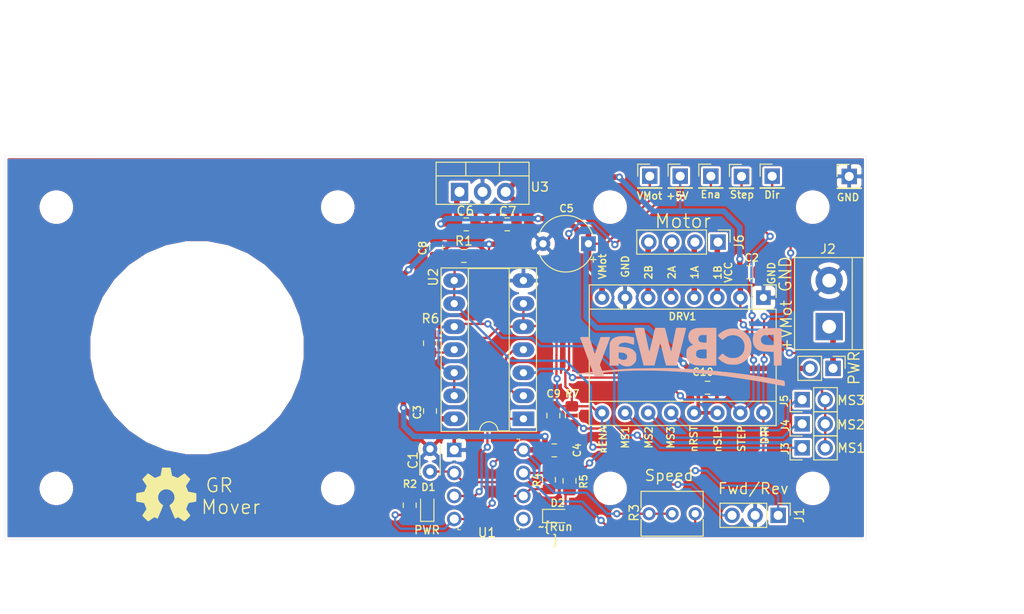
<source format=kicad_pcb>
(kicad_pcb (version 20171130) (host pcbnew 5.1.6+dfsg1-1)
  (layers (0 F.Cu signal) (31 B.Cu signal) (34 B.Paste user hide) (35 F.Paste user hide) (36 B.SilkS user) (37 F.SilkS user) (38 B.Mask user hide) (39 F.Mask user hide) (44 Edge.Cuts user))
  (net 0 "")
  (net 1 GNDREF)
  (net 2 "Net-(D2-Pad2)")
  (net 3 VCC)
  (net 4 Vdrive)
  (net 5 /M1_DIR)
  (net 6 /M1_2B)
  (net 7 /M1_2A)
  (net 8 /M1_1A)
  (net 9 /M1_1B)
  (net 10 /M1_nENA)
  (net 11 /M1_STEP)
  (net 12 "Net-(DRV1-Pad12)")
  (net 13 "Net-(DRV1-Pad11)")
  (net 14 "Net-(DRV1-Pad10)")
  (net 15 "Net-(U1-Pad3)")
  (net 16 "Net-(U1-Pad5)")
  (net 17 "Net-(U2-Pad2)")
  (net 18 "Net-(C1-Pad1)")
  (net 19 "Net-(C8-Pad1)")
  (net 20 "Net-(J2-Pad1)")
  (net 21 "Net-(C10-Pad1)")
  (net 22 "Net-(D1-Pad2)")
  (net 23 "Net-(R3-Pad3)")
  (net 24 "Net-(R6-Pad2)")
  (net 25 "Net-(J1-Pad1)")
  (module MountingHole:MountingHole_3.2mm_M3 (layer F.Cu) (at 171.63 94.6468)
    (fp_text reference REF** hide)
    (fp_text value MountingHole_3.2mm_M3)
    (pad "" np_thru_hole circle (at 10.4372 5.0736) (size 3.2 3.2) (drill 3.2) (layers *.Cu *.Mask))
  )
  (module MountingHole:MountingHole_3.2mm_M3 (layer F.Cu) (at 201.8814 72.4726)
    (fp_text reference REF** hide)
    (fp_text value MountingHole_3.2mm_M3)
    (pad "" np_thru_hole circle (at -19.8142 -3.7586) (size 3.2 3.2) (drill 3.2) (layers *.Cu *.Mask))
  )
  (module MountingHole:MountingHole_3.2mm_M3 (layer F.Cu) (at 191.1026 49.3522 90)
    (fp_text reference REF** hide)
    (fp_text value MountingHole_3.2mm_M3)
    (pad "" np_thru_hole circle (at -19.3618 -31.362 90) (size 3.2 3.2) (drill 3.2) (layers *.Cu *.Mask))
  )
  (module MountingHole:MountingHole_3.2mm_M3 (layer F.Cu) (at 149.3034 95.3326)
    (fp_text reference REF** hide)
    (fp_text value MountingHole_3.2mm_M3)
    (pad "" np_thru_hole circle (at 10.4372 4.3878) (size 3.2 3.2) (drill 3.2) (layers *.Cu *.Mask))
  )
  (module MountingHole:MountingHole_3.2mm_M3 (layer F.Cu) (at 97.1804 110.1344)
    (fp_text reference REF** hide)
    (fp_text value MountingHole_3.2mm_M3)
    (pad "" np_thru_hole circle (at 17.0606 -25.9204) (size 23 23) (drill 23) (layers *.Cu *.Mask))
  )
  (module MountingHole:MountingHole_3.2mm_M3 (layer F.Cu) (at 103.7336 101.5238)
    (fp_text reference REF** hide)
    (fp_text value MountingHole_3.2mm_M3)
    (pad "" np_thru_hole circle (at -4.9926 -1.8098) (size 3.2 3.2) (drill 3.2) (layers *.Cu *.Mask))
  )
  (module MountingHole:MountingHole_3.2mm_M3 (layer F.Cu) (at 113.4872 95.4532)
    (fp_text reference REF** hide)
    (fp_text value MountingHole_3.2mm_M3)
    (pad "" np_thru_hole circle (at 16.2538 -26.7392) (size 3.2 3.2) (drill 3.2) (layers *.Cu *.Mask))
  )
  (module MountingHole:MountingHole_3.2mm_M3 (layer F.Cu) (at 119.3038 95.3262)
    (fp_text reference REF** hide)
    (fp_text value MountingHole_3.2mm_M3)
    (pad "" np_thru_hole circle (at 10.4372 4.3878) (size 3.2 3.2) (drill 3.2) (layers *.Cu *.Mask))
  )
  (module MountingHole:MountingHole_3.2mm_M3 (layer F.Cu) (at 106.6038 91.9988)
    (fp_text reference REF** hide)
    (fp_text value MountingHole_3.2mm_M3)
    (pad "" np_thru_hole circle (at -7.8628 -23.2848) (size 3.2 3.2) (drill 3.2) (layers *.Cu *.Mask))
  )
  (module "_Custom_Footprints:pcb way logo" (layer B.Cu) (at 167.5638 85.9028 180)
    (fp_text reference G*** hide)
    (fp_text value LOGO hide)
  )
  (module Symbol:OSHW-Symbol_6.7x6mm_SilkScreen (layer F.Cu) (at 110.8456 100.4062)
    (fp_text reference REF** hide)
    (fp_text value OSHW-Symbol_6.7x6mm_SilkScreen hide)
  )
  (module Resistor_SMD:R_0805_2012Metric_Pad1.15x1.40mm_HandSolder (layer F.Cu) (at 155.2702 98.8912 270)
    (fp_text reference R5 (at 0.0672 -1.5494 90) (layer F.SilkS) (effects (font (size 0.8 0.8))))
    (fp_text value 1K)
    (pad 1 smd roundrect (at -1.025 0 270) (size 1.15 1.4) (layers F.Cu F.Paste F.Mask) (roundrect_rratio 0.217391) (net 10 /M1_nENA))
    (pad 2 smd roundrect (at 1.025 0 270) (size 1.15 1.4) (layers F.Cu F.Paste F.Mask) (roundrect_rratio 0.217391) (net 2 "Net-(D2-Pad2)"))
  )
  (module Capacitor_SMD:C_0805_2012Metric_Pad1.15x1.40mm_HandSolder (layer F.Cu) (at 175.0568 75.8952)
    (fp_text reference C2 (at 0.2794 -1.6002 180) (layer F.SilkS) (effects (font (size 0.8 0.8))))
    (fp_text value 100nF)
    (pad 2 smd roundrect (at 1.025 0) (size 1.15 1.4) (layers F.Cu F.Paste F.Mask) (roundrect_rratio 0.217) (net 1 GNDREF))
    (pad 1 smd roundrect (at -1.025 0) (size 1.15 1.4) (layers F.Cu F.Paste F.Mask) (roundrect_rratio 0.217391) (net 3 VCC))
  )
  (module Capacitor_SMD:C_0805_2012Metric_Pad1.15x1.40mm_HandSolder (layer F.Cu) (at 140.589 73.1864 90)
    (fp_text reference C8 (at -0.0418 -1.4986 90) (layer F.SilkS) (effects (font (size 0.8 0.8))))
    (fp_text value 470nF)
    (pad 2 smd roundrect (at 1.025 0 90) (size 1.15 1.4) (layers F.Cu F.Paste F.Mask) (roundrect_rratio 0.217391) (net 1 GNDREF))
    (pad 1 smd roundrect (at -1.025 0 90) (size 1.15 1.4) (layers F.Cu F.Paste F.Mask) (roundrect_rratio 0.217391) (net 19 "Net-(C8-Pad1)"))
  )
  (module Capacitor_SMD:C_0805_2012Metric_Pad1.15x1.40mm_HandSolder (layer F.Cu) (at 153.4922 91.694 90)
    (fp_text reference C9 (at 2.413 0.0254 180) (layer F.SilkS) (effects (font (size 0.8 0.8))))
    (fp_text value 100nF)
    (pad 1 smd roundrect (at -1.025 0 90) (size 1.15 1.4) (layers F.Cu F.Paste F.Mask) (roundrect_rratio 0.217391) (net 1 GNDREF))
    (pad 2 smd roundrect (at 1.025 0 90) (size 1.15 1.4) (layers F.Cu F.Paste F.Mask) (roundrect_rratio 0.217391) (net 10 /M1_nENA))
  )
  (module Capacitor_SMD:C_0805_2012Metric_Pad1.15x1.40mm_HandSolder (layer F.Cu) (at 139.9032 91.186 90)
    (fp_text reference C3 (at -0.14732 -1.40208 90) (layer F.SilkS) (effects (font (size 0.8 0.8))))
    (fp_text value 100nF)
    (pad 2 smd roundrect (at 1.025 0 90) (size 1.15 1.4) (layers F.Cu F.Paste F.Mask) (roundrect_rratio 0.217391) (net 1 GNDREF))
    (pad 1 smd roundrect (at -1.025 0 90) (size 1.15 1.4) (layers F.Cu F.Paste F.Mask) (roundrect_rratio 0.217391) (net 3 VCC))
  )
  (module Capacitor_SMD:C_0805_2012Metric_Pad1.15x1.40mm_HandSolder (layer F.Cu) (at 153.5938 95.5294)
    (fp_text reference C4 (at 2.5146 -0.0254 90) (layer F.SilkS) (effects (font (size 0.8 0.8))))
    (fp_text value 100nF)
    (pad 1 smd roundrect (at -1.025 0) (size 1.15 1.4) (layers F.Cu F.Paste F.Mask) (roundrect_rratio 0.217391) (net 3 VCC))
    (pad 2 smd roundrect (at 1.025 0) (size 1.15 1.4) (layers F.Cu F.Paste F.Mask) (roundrect_rratio 0.217391) (net 1 GNDREF))
  )
  (module Capacitor_SMD:C_0805_2012Metric_Pad1.15x1.40mm_HandSolder (layer F.Cu) (at 170.4848 88.6206)
    (fp_text reference C10 (at -0.517 -1.7272) (layer F.SilkS) (effects (font (size 0.8 0.8))))
    (fp_text value 100nF)
    (pad 2 smd roundrect (at 1.025 0) (size 1.15 1.4) (layers F.Cu F.Paste F.Mask) (roundrect_rratio 0.217391) (net 1 GNDREF))
    (pad 1 smd roundrect (at -1.025 0) (size 1.15 1.4) (layers F.Cu F.Paste F.Mask) (roundrect_rratio 0.217391) (net 21 "Net-(C10-Pad1)"))
  )
  (module LED_SMD:LED_0603_1608Metric_Pad1.05x0.95mm_HandSolder (layer F.Cu) (at 139.5984 101.6902 90)
    (fp_text reference D1 (at 2.0968 0.127 180) (layer F.SilkS) (effects (font (size 0.8 0.8))))
    (fp_text value LED)
    (pad 1 smd roundrect (at -0.875 0 90) (size 1.05 0.95) (layers F.Cu F.Paste F.Mask) (net 1 GNDREF))
    (pad 2 smd roundrect (at 0.875 0 90) (size 1.05 0.95) (layers F.Cu F.Paste F.Mask) (net 22 "Net-(D1-Pad2)"))
  )
  (module LED_SMD:LED_0603_1608Metric_Pad1.05x0.95mm_HandSolder (layer F.Cu) (at 153.9634 102.7684)
    (fp_text reference D2 (at 0 -1.43) (layer F.SilkS) (effects (font (size 0.8 0.8))))
    (fp_text value LED)
    (pad 1 smd roundrect (at -0.875 0) (size 1.05 0.95) (layers F.Cu F.Paste F.Mask) (net 1 GNDREF))
    (pad 2 smd roundrect (at 0.875 0) (size 1.05 0.95) (layers F.Cu F.Paste F.Mask) (net 2 "Net-(D2-Pad2)"))
  )
  (module Resistor_SMD:R_0805_2012Metric_Pad1.15x1.40mm_HandSolder (layer F.Cu) (at 137.668 101.5746 90)
    (fp_text reference R2 (at 2.3368 0.0254 180) (layer F.SilkS) (effects (font (size 0.8 0.8))))
    (fp_text value 1K)
    (pad 2 smd roundrect (at 1.025 0 90) (size 1.15 1.4) (layers F.Cu F.Paste F.Mask) (roundrect_rratio 0.217391) (net 22 "Net-(D1-Pad2)"))
    (pad 1 smd roundrect (at -1.025 0 90) (size 1.15 1.4) (layers F.Cu F.Paste F.Mask) (roundrect_rratio 0.217391) (net 3 VCC))
  )
  (module Capacitor_THT:CP_Radial_Tantal_D6.0mm_P5.00mm (layer F.Cu) (at 157.353 72.7456 180)
    (fp_text reference C5 (at 2.413 3.8862) (layer F.SilkS) (effects (font (size 0.8 0.8))))
    (fp_text value "47uF 50V")
    (pad 2 thru_hole circle (at 5 0 180) (size 1.6 1.6) (drill 0.8) (layers *.Cu *.Mask) (net 1 GNDREF))
    (pad 1 thru_hole rect (at 0 0 180) (size 1.6 1.6) (drill 0.8) (layers *.Cu *.Mask) (net 4 Vdrive))
  )
  (module Module:Pololu_Breakout-16_15.2x20.3mm (layer F.Cu) (at 176.6316 78.6892 270)
    (fp_text reference DRV1 (at 2.0828 8.9154 180) (layer F.SilkS) (effects (font (size 0.8 0.8))))
    (fp_text value "A4988 Module")
    (pad 16 thru_hole oval (at 12.7 0 270) (size 1.6 1.6) (drill 0.8) (layers *.Cu *.Mask) (net 5 /M1_DIR))
    (pad 8 thru_hole oval (at 0 17.78 270) (size 1.6 1.6) (drill 0.8) (layers *.Cu *.Mask) (net 4 Vdrive))
    (pad 15 thru_hole oval (at 12.7 2.54 270) (size 1.6 1.6) (drill 0.8) (layers *.Cu *.Mask) (net 11 /M1_STEP))
    (pad 7 thru_hole oval (at 0 15.24 270) (size 1.6 1.6) (drill 0.8) (layers *.Cu *.Mask) (net 1 GNDREF))
    (pad 14 thru_hole oval (at 12.7 5.08 270) (size 1.6 1.6) (drill 0.8) (layers *.Cu *.Mask) (net 21 "Net-(C10-Pad1)"))
    (pad 6 thru_hole oval (at 0 12.7 270) (size 1.6 1.6) (drill 0.8) (layers *.Cu *.Mask) (net 6 /M1_2B))
    (pad 13 thru_hole oval (at 12.7 7.62 270) (size 1.6 1.6) (drill 0.8) (layers *.Cu *.Mask) (net 21 "Net-(C10-Pad1)"))
    (pad 5 thru_hole oval (at 0 10.16 270) (size 1.6 1.6) (drill 0.8) (layers *.Cu *.Mask) (net 7 /M1_2A))
    (pad 12 thru_hole oval (at 12.7 10.16 270) (size 1.6 1.6) (drill 0.8) (layers *.Cu *.Mask) (net 12 "Net-(DRV1-Pad12)"))
    (pad 4 thru_hole oval (at 0 7.62 270) (size 1.6 1.6) (drill 0.8) (layers *.Cu *.Mask) (net 8 /M1_1A))
    (pad 11 thru_hole oval (at 12.7 12.7 270) (size 1.6 1.6) (drill 0.8) (layers *.Cu *.Mask) (net 13 "Net-(DRV1-Pad11)"))
    (pad 3 thru_hole oval (at 0 5.08 270) (size 1.6 1.6) (drill 0.8) (layers *.Cu *.Mask) (net 9 /M1_1B))
    (pad 10 thru_hole oval (at 12.7 15.24 270) (size 1.6 1.6) (drill 0.8) (layers *.Cu *.Mask) (net 14 "Net-(DRV1-Pad10)"))
    (pad 2 thru_hole oval (at 0 2.54 270) (size 1.6 1.6) (drill 0.8) (layers *.Cu *.Mask) (net 3 VCC))
    (pad 9 thru_hole oval (at 12.7 17.78 270) (size 1.6 1.6) (drill 0.8) (layers *.Cu *.Mask) (net 10 /M1_nENA))
    (pad 1 thru_hole rect (at 0 0 270) (size 1.6 1.6) (drill 0.8) (layers *.Cu *.Mask) (net 1 GNDREF))
  )
  (module Connector_PinHeader_2.54mm:PinHeader_1x02_P2.54mm_Vertical (layer F.Cu) (at 180.8988 92.6084 90)
    (fp_text reference J4 (at -0.1778 -1.8542 90) (layer F.SilkS) (effects (font (size 0.8 0.8))))
    (fp_text value Conn_01x02)
    (pad 2 thru_hole oval (at 0 2.54 90) (size 1.7 1.7) (drill 1) (layers *.Cu *.Mask) (net 3 VCC))
    (pad 1 thru_hole rect (at 0 0 90) (size 1.7 1.7) (drill 1) (layers *.Cu *.Mask) (net 13 "Net-(DRV1-Pad11)"))
  )
  (module Connector_PinHeader_2.54mm:PinHeader_1x04_P2.54mm_Vertical (layer F.Cu) (at 171.6278 72.5678 270)
    (fp_text reference J6 (at 0 -2.33 90) (layer F.SilkS))
    (fp_text value Conn_01x04)
    (pad 1 thru_hole rect (at 0 0 270) (size 1.7 1.7) (drill 1) (layers *.Cu *.Mask) (net 9 /M1_1B))
    (pad 2 thru_hole oval (at 0 2.54 270) (size 1.7 1.7) (drill 1) (layers *.Cu *.Mask) (net 8 /M1_1A))
    (pad 3 thru_hole oval (at 0 5.08 270) (size 1.7 1.7) (drill 1) (layers *.Cu *.Mask) (net 7 /M1_2A))
    (pad 4 thru_hole oval (at 0 7.62 270) (size 1.7 1.7) (drill 1) (layers *.Cu *.Mask) (net 6 /M1_2B))
  )
  (module Connector_PinHeader_2.54mm:PinHeader_1x01_P2.54mm_Vertical (layer F.Cu) (at 164.1094 65.3034)
    (fp_text reference TP1 hide)
    (fp_text value Conn_01x01)
    (pad 1 thru_hole rect (at 0 0) (size 1.7 1.7) (drill 1) (layers *.Cu *.Mask) (net 4 Vdrive))
  )
  (module Connector_PinHeader_2.54mm:PinHeader_1x01_P2.54mm_Vertical (layer F.Cu) (at 167.4622 65.3034)
    (fp_text reference TP2 hide)
    (fp_text value Conn_01x01)
    (pad 1 thru_hole rect (at 0 0) (size 1.7 1.7) (drill 1) (layers *.Cu *.Mask) (net 3 VCC))
  )
  (module Connector_PinHeader_2.54mm:PinHeader_1x01_P2.54mm_Vertical (layer F.Cu) (at 170.8404 65.3034)
    (fp_text reference TP3 hide)
    (fp_text value Conn_01x01)
    (pad 1 thru_hole rect (at 0 0) (size 1.7 1.7) (drill 1) (layers *.Cu *.Mask) (net 10 /M1_nENA))
  )
  (module Connector_PinHeader_2.54mm:PinHeader_1x01_P2.54mm_Vertical (layer F.Cu) (at 174.2186 65.3288)
    (fp_text reference TP4 hide)
    (fp_text value Conn_01x01)
    (pad 1 thru_hole rect (at 0 0) (size 1.7 1.7) (drill 1) (layers *.Cu *.Mask) (net 11 /M1_STEP))
  )
  (module Connector_PinHeader_2.54mm:PinHeader_1x01_P2.54mm_Vertical (layer F.Cu) (at 177.5968 65.3034)
    (fp_text reference TP5 hide)
    (fp_text value Conn_01x01)
    (pad 1 thru_hole rect (at 0 0) (size 1.7 1.7) (drill 1) (layers *.Cu *.Mask) (net 5 /M1_DIR))
  )
  (module Capacitor_SMD:C_0805_2012Metric_Pad1.15x1.40mm_HandSolder (layer F.Cu) (at 143.891 70.612)
    (fp_text reference C6 (at -0.1016 -1.4732) (layer F.SilkS))
    (fp_text value 100nF)
    (pad 1 smd roundrect (at -1.025 0) (size 1.15 1.4) (layers F.Cu F.Paste F.Mask) (roundrect_rratio 0.217391) (net 4 Vdrive))
    (pad 2 smd roundrect (at 1.025 0) (size 1.15 1.4) (layers F.Cu F.Paste F.Mask) (roundrect_rratio 0.217391) (net 1 GNDREF))
  )
  (module Capacitor_SMD:C_0805_2012Metric_Pad1.15x1.40mm_HandSolder (layer F.Cu) (at 148.4122 70.612 180)
    (fp_text reference C7 (at -0.0508 1.4224) (layer F.SilkS))
    (fp_text value 100nF)
    (pad 2 smd roundrect (at 1.025 0 180) (size 1.15 1.4) (layers F.Cu F.Paste F.Mask) (roundrect_rratio 0.217391) (net 1 GNDREF))
    (pad 1 smd roundrect (at -1.025 0 180) (size 1.15 1.4) (layers F.Cu F.Paste F.Mask) (roundrect_rratio 0.217391) (net 3 VCC))
  )
  (module Connector_PinHeader_2.54mm:PinHeader_1x03_P2.54mm_Vertical (layer F.Cu) (at 178.2572 102.6922 270)
    (fp_text reference J1 (at 0 -2.33 90) (layer F.SilkS))
    (fp_text value Conn_01x03)
    (pad 1 thru_hole rect (at 0 0 270) (size 1.7 1.7) (drill 1) (layers *.Cu *.Mask) (net 25 "Net-(J1-Pad1)"))
    (pad 2 thru_hole oval (at 0 2.54 270) (size 1.7 1.7) (drill 1) (layers *.Cu *.Mask) (net 1 GNDREF))
    (pad 3 thru_hole oval (at 0 5.08 270) (size 1.7 1.7) (drill 1) (layers *.Cu *.Mask) (net 19 "Net-(C8-Pad1)"))
  )
  (module Resistor_SMD:R_0805_2012Metric_Pad1.15x1.40mm_HandSolder (layer F.Cu) (at 143.637 74.0918)
    (fp_text reference R1 (at 0 -1.65) (layer F.SilkS))
    (fp_text value 47K)
    (pad 2 smd roundrect (at 1.025 0) (size 1.15 1.4) (layers F.Cu F.Paste F.Mask) (roundrect_rratio 0.217391) (net 3 VCC))
    (pad 1 smd roundrect (at -1.025 0) (size 1.15 1.4) (layers F.Cu F.Paste F.Mask) (roundrect_rratio 0.217391) (net 19 "Net-(C8-Pad1)"))
  )
  (module Potentiometer_THT:Potentiometer_Vishay_T73XW_Horizontal (layer F.Cu) (at 164.0332 102.5144 90)
    (fp_text reference R3 (at 0.1016 -1.651 90) (layer F.SilkS))
    (fp_text value 100K)
    (pad 3 thru_hole circle (at 0 5.08 90) (size 1.44 1.44) (drill 0.8) (layers *.Cu *.Mask) (net 23 "Net-(R3-Pad3)"))
    (pad 2 thru_hole circle (at 0 2.54 90) (size 1.44 1.44) (drill 0.8) (layers *.Cu *.Mask) (net 3 VCC))
    (pad 1 thru_hole circle (at 0 0 90) (size 1.44 1.44) (drill 0.8) (layers *.Cu *.Mask) (net 3 VCC))
  )
  (module Resistor_SMD:R_0805_2012Metric_Pad1.15x1.40mm_HandSolder (layer F.Cu) (at 153.0096 98.7716 90)
    (fp_text reference R4 (at -0.0344 -1.3208 90) (layer F.SilkS) (effects (font (size 0.8 0.8))))
    (fp_text value 10K)
    (pad 1 smd roundrect (at -1.025 0 90) (size 1.15 1.4) (layers F.Cu F.Paste F.Mask) (roundrect_rratio 0.217391) (net 18 "Net-(C1-Pad1)"))
    (pad 2 smd roundrect (at 1.025 0 90) (size 1.15 1.4) (layers F.Cu F.Paste F.Mask) (roundrect_rratio 0.217391) (net 23 "Net-(R3-Pad3)"))
  )
  (module Resistor_SMD:R_0805_2012Metric_Pad1.15x1.40mm_HandSolder (layer F.Cu) (at 139.9032 83.7184 270)
    (fp_text reference R6 (at -2.7178 -0.0508 180) (layer F.SilkS))
    (fp_text value 10K)
    (pad 1 smd roundrect (at -1.025 0 270) (size 1.15 1.4) (layers F.Cu F.Paste F.Mask) (roundrect_rratio 0.217391) (net 25 "Net-(J1-Pad1)"))
    (pad 2 smd roundrect (at 1.025 0 270) (size 1.15 1.4) (layers F.Cu F.Paste F.Mask) (roundrect_rratio 0.217391) (net 24 "Net-(R6-Pad2)"))
  )
  (module digikey-footprints:DIP-8_W7.62mm (layer F.Cu) (at 142.5702 95.4786)
    (fp_text reference U1 (at 3.6068 9.1186 180) (layer F.SilkS))
    (fp_text value 555)
    (pad 1 thru_hole rect (at 0 0) (size 1.6 1.6) (drill 1) (layers *.Cu *.Mask) (net 1 GNDREF))
    (pad 2 thru_hole circle (at 0 2.54) (size 1.6 1.6) (drill 1) (layers *.Cu *.Mask) (net 18 "Net-(C1-Pad1)"))
    (pad 3 thru_hole circle (at 0 5.08) (size 1.6 1.6) (drill 1) (layers *.Cu *.Mask) (net 15 "Net-(U1-Pad3)"))
    (pad 4 thru_hole circle (at 0 7.62) (size 1.6 1.6) (drill 1) (layers *.Cu *.Mask) (net 3 VCC))
    (pad 5 thru_hole circle (at 7.62 7.62) (size 1.6 1.6) (drill 1) (layers *.Cu *.Mask) (net 16 "Net-(U1-Pad5)"))
    (pad 6 thru_hole circle (at 7.62 5.08) (size 1.6 1.6) (drill 1) (layers *.Cu *.Mask) (net 18 "Net-(C1-Pad1)"))
    (pad 7 thru_hole circle (at 7.62 2.54) (size 1.6 1.6) (drill 1) (layers *.Cu *.Mask) (net 23 "Net-(R3-Pad3)"))
    (pad 8 thru_hole circle (at 7.62 0) (size 1.6 1.6) (drill 1) (layers *.Cu *.Mask) (net 3 VCC))
  )
  (module Package_DIP:DIP-14_W7.62mm_Socket_LongPads (layer F.Cu) (at 150.1902 92.0496 180)
    (fp_text reference U2 (at 9.9314 15.621 90) (layer F.SilkS))
    (fp_text value 4011)
    (pad 1 thru_hole rect (at 0 0 180) (size 2.4 1.6) (drill 0.8) (layers *.Cu *.Mask) (net 15 "Net-(U1-Pad3)"))
    (pad 8 thru_hole oval (at 7.62 15.24 180) (size 2.4 1.6) (drill 0.8) (layers *.Cu *.Mask) (net 19 "Net-(C8-Pad1)"))
    (pad 2 thru_hole oval (at 0 2.54 180) (size 2.4 1.6) (drill 0.8) (layers *.Cu *.Mask) (net 17 "Net-(U2-Pad2)"))
    (pad 9 thru_hole oval (at 7.62 12.7 180) (size 2.4 1.6) (drill 0.8) (layers *.Cu *.Mask) (net 19 "Net-(C8-Pad1)"))
    (pad 3 thru_hole oval (at 0 5.08 180) (size 2.4 1.6) (drill 0.8) (layers *.Cu *.Mask) (net 11 /M1_STEP))
    (pad 10 thru_hole oval (at 7.62 10.16 180) (size 2.4 1.6) (drill 0.8) (layers *.Cu *.Mask) (net 5 /M1_DIR))
    (pad 4 thru_hole oval (at 0 7.62 180) (size 2.4 1.6) (drill 0.8) (layers *.Cu *.Mask) (net 17 "Net-(U2-Pad2)"))
    (pad 11 thru_hole oval (at 7.62 7.62 180) (size 2.4 1.6) (drill 0.8) (layers *.Cu *.Mask) (net 24 "Net-(R6-Pad2)"))
    (pad 5 thru_hole oval (at 0 10.16 180) (size 2.4 1.6) (drill 0.8) (layers *.Cu *.Mask) (net 25 "Net-(J1-Pad1)"))
    (pad 12 thru_hole oval (at 7.62 5.08 180) (size 2.4 1.6) (drill 0.8) (layers *.Cu *.Mask) (net 5 /M1_DIR))
    (pad 6 thru_hole oval (at 0 12.7 180) (size 2.4 1.6) (drill 0.8) (layers *.Cu *.Mask) (net 25 "Net-(J1-Pad1)"))
    (pad 13 thru_hole oval (at 7.62 2.54 180) (size 2.4 1.6) (drill 0.8) (layers *.Cu *.Mask) (net 5 /M1_DIR))
    (pad 7 thru_hole oval (at 0 15.24 180) (size 2.4 1.6) (drill 0.8) (layers *.Cu *.Mask) (net 1 GNDREF))
    (pad 14 thru_hole oval (at 7.62 0 180) (size 2.4 1.6) (drill 0.8) (layers *.Cu *.Mask) (net 3 VCC))
  )
  (module Package_TO_SOT_THT:TO-220-3_Vertical (layer F.Cu) (at 143.1544 67.0306)
    (fp_text reference U3 (at 8.8392 -0.5334) (layer F.SilkS))
    (fp_text value LM7805_TO220)
    (pad 1 thru_hole rect (at 0 0) (size 1.905 2) (drill 1.1) (layers *.Cu *.Mask) (net 4 Vdrive))
    (pad 2 thru_hole oval (at 2.54 0) (size 1.905 2) (drill 1.1) (layers *.Cu *.Mask) (net 1 GNDREF))
    (pad 3 thru_hole oval (at 5.08 0) (size 1.905 2) (drill 1.1) (layers *.Cu *.Mask) (net 3 VCC))
  )
  (module Capacitor_THT:C_Disc_D3.0mm_W2.0mm_P2.50mm (layer F.Cu) (at 139.9032 97.8662 90)
    (fp_text reference C1 (at 1.2446 -1.8796 90) (layer F.SilkS))
    (fp_text value 100nF)
    (pad 1 thru_hole circle (at 0 0 90) (size 1.6 1.6) (drill 0.8) (layers *.Cu *.Mask) (net 18 "Net-(C1-Pad1)"))
    (pad 2 thru_hole circle (at 2.5 0 90) (size 1.6 1.6) (drill 0.8) (layers *.Cu *.Mask) (net 1 GNDREF))
  )
  (module TerminalBlock:TerminalBlock_bornier-2_P5.08mm (layer F.Cu) (at 183.8706 81.8896 90)
    (fp_text reference J2 (at 8.5598 -0.127 180) (layer F.SilkS))
    (fp_text value Screw_Terminal_01x02)
    (pad 1 thru_hole rect (at 0 0 90) (size 3 3) (drill 1.52) (layers *.Cu *.Mask) (net 20 "Net-(J2-Pad1)"))
    (pad 2 thru_hole circle (at 5.08 0 90) (size 3 3) (drill 1.52) (layers *.Cu *.Mask) (net 1 GNDREF))
  )
  (module Connector_PinHeader_2.54mm:PinHeader_1x02_P2.54mm_Vertical (layer F.Cu) (at 180.8988 95.25 90)
    (fp_text reference J3 (at -0.1016 -1.8796 90) (layer F.SilkS) (effects (font (size 0.8 0.8))))
    (fp_text value Conn_01x02)
    (pad 1 thru_hole rect (at 0 0 90) (size 1.7 1.7) (drill 1) (layers *.Cu *.Mask) (net 14 "Net-(DRV1-Pad10)"))
    (pad 2 thru_hole oval (at 0 2.54 90) (size 1.7 1.7) (drill 1) (layers *.Cu *.Mask) (net 3 VCC))
  )
  (module Connector_PinHeader_2.54mm:PinHeader_1x02_P2.54mm_Vertical (layer F.Cu) (at 180.8988 89.9414 90)
    (fp_text reference J5 (at -0.1524 -1.9812 90) (layer F.SilkS) (effects (font (size 0.8 0.8))))
    (fp_text value Conn_01x02)
    (pad 2 thru_hole oval (at 0 2.54 90) (size 1.7 1.7) (drill 1) (layers *.Cu *.Mask) (net 3 VCC))
    (pad 1 thru_hole rect (at 0 0 90) (size 1.7 1.7) (drill 1) (layers *.Cu *.Mask) (net 12 "Net-(DRV1-Pad12)"))
  )
  (module Resistor_SMD:R_0805_2012Metric_Pad1.15x1.40mm_HandSolder (layer F.Cu) (at 155.5242 91.694 270)
    (fp_text reference R7 (at -2.413 -0.0508) (layer F.SilkS) (effects (font (size 0.8 0.8))))
    (fp_text value 1K)
    (pad 2 smd roundrect (at 1.025 0 270) (size 1.15 1.4) (layers F.Cu F.Paste F.Mask) (roundrect_rratio 0.217391) (net 25 "Net-(J1-Pad1)"))
    (pad 1 smd roundrect (at -1.025 0 270) (size 1.15 1.4) (layers F.Cu F.Paste F.Mask) (roundrect_rratio 0.217391) (net 10 /M1_nENA))
  )
  (module Connector_PinHeader_2.54mm:PinHeader_1x02_P2.54mm_Vertical (layer F.Cu) (at 184.3024 86.487 270)
    (fp_text reference SW1 hide)
    (fp_text value SW_SPST)
    (pad 1 thru_hole rect (at 0 0 270) (size 1.7 1.7) (drill 1) (layers *.Cu *.Mask) (net 20 "Net-(J2-Pad1)"))
    (pad 2 thru_hole oval (at 0 2.54 270) (size 1.7 1.7) (drill 1) (layers *.Cu *.Mask) (net 4 Vdrive))
  )
  (module Connector_PinHeader_2.54mm:PinHeader_1x01_P2.54mm_Vertical (layer F.Cu) (at 186.0804 65.3288)
    (fp_text reference TP6 hide)
    (fp_text value Conn_01x01)
    (pad 1 thru_hole rect (at 0 0) (size 1.7 1.7) (drill 1) (layers *.Cu *.Mask) (net 1 GNDREF))
  )
  (gr_text Motor (at 167.767 70.2564) (layer F.SilkS) (effects (font (size 1.5 1.5))))
  (gr_text Fwd/Rev (at 175.514 99.7458) (layer F.SilkS) (effects (font (size 1.2 1.2))))
  (gr_text Speed (at 166.243 98.298) (layer F.SilkS) (effects (font (size 1.2 1.2))))
  (gr_text "~Run\n" (at 153.7208 104.6734) (layer F.SilkS) (effects (font (size 0.9 0.9))))
  (gr_text Dir (at 177.5714 67.3608) (layer F.SilkS) (effects (font (size 0.8 0.8))))
  (gr_text MS3 (at 186.2836 90.0176) (layer F.SilkS) (effects (font (size 1 1))))
  (gr_text MS2 (at 186.2582 92.71) (layer F.SilkS) (effects (font (size 1 1))))
  (gr_text MS1 (at 186.309 95.2754) (layer F.SilkS) (effects (font (size 1 1))))
  (gr_text +VMot (at 179.1462 81.8134 90) (layer F.SilkS) (effects (font (size 1.2 1.2))))
  (gr_text GND (at 179.0446 76.0984 90) (layer F.SilkS) (effects (font (size 1.3 1.3))))
  (gr_text Ena (at 170.815 67.31) (layer F.SilkS) (effects (font (size 0.8 0.8))))
  (gr_text Step (at 174.2694 67.3354) (layer F.SilkS) (effects (font (size 0.8 0.8))))
  (gr_text GND (at 185.9534 67.6402) (layer F.SilkS) (effects (font (size 0.8 0.8))))
  (gr_text +5V (at 167.1574 67.4624) (layer F.SilkS) (effects (font (size 0.8 0.8))))
  (gr_text VMot (at 164.084 67.4624) (layer F.SilkS) (effects (font (size 0.8 0.8))))
  (gr_text VMot (at 158.9024 75.2602 90) (layer F.SilkS) (effects (font (size 0.8 0.8))))
  (gr_text GND (at 161.417 75.2602 90) (layer F.SilkS) (effects (font (size 0.8 0.8))))
  (gr_text 2B (at 163.9824 75.8952 90) (layer F.SilkS) (effects (font (size 0.8 0.8))))
  (gr_text 2A (at 166.5478 75.9206 90) (layer F.SilkS) (effects (font (size 0.8 0.8))))
  (gr_text 1A (at 169.0624 75.9206 90) (layer F.SilkS) (effects (font (size 0.8 0.8))))
  (gr_text 1B (at 171.6024 75.9206 90) (layer F.SilkS) (effects (font (size 0.8 0.8))))
  (gr_text VCC (at 172.7708 75.8952 90) (layer F.SilkS) (effects (font (size 0.8 0.8))))
  (gr_text nENA (at 158.9532 94.3864 90) (layer F.SilkS) (effects (font (size 0.8 0.8))))
  (gr_text MS1 (at 161.417 94.107 90) (layer F.SilkS) (effects (font (size 0.8 0.8))))
  (gr_text MS2 (at 164.0078 94.107 90) (layer F.SilkS) (effects (font (size 0.8 0.8))))
  (gr_text MS3 (at 166.4208 94.107 90) (layer F.SilkS) (effects (font (size 0.8 0.8))))
  (gr_text nRST (at 168.9608 94.2594 90) (layer F.SilkS) (effects (font (size 0.8 0.8))))
  (gr_text nSLP (at 171.6024 94.2594 90) (layer F.SilkS) (effects (font (size 0.8 0.8))))
  (gr_text STEP (at 174.2186 94.234 90) (layer F.SilkS) (effects (font (size 0.8 0.8))))
  (gr_text "GND\n" (at 177.5206 75.9968 90) (layer F.SilkS) (effects (font (size 0.8 0.8))))
  (gr_text DIR (at 176.784 93.853 90) (layer F.SilkS) (effects (font (size 0.8 0.8))))
  (gr_text PWR (at 139.573 104.3178) (layer F.SilkS) (effects (font (size 0.9 0.9))))
  (gr_text PWR (at 186.6138 86.4362 90) (layer F.SilkS) (effects (font (size 1.2 1.2))))
  (gr_text GR (at 116.6876 99.3902) (layer F.SilkS) (effects (font (size 1.524 1.524))))
  (gr_text Mover (at 117.9576 101.7778) (layer F.SilkS) (effects (font (size 1.524 1.524))))
  (gr_line (start 93.091 105.364) (end 93.091 63.06) (layer Edge.Cuts) (width 0.0254))
  (gr_line (start 187.96 105.364) (end 93.091 105.364) (layer Edge.Cuts) (width 0.0254))
  (gr_line (start 187.96 63.06) (end 187.96 105.364) (layer Edge.Cuts) (width 0.0254))
  (gr_line (start 93.091 63.06) (end 187.96 63.06) (layer Edge.Cuts) (width 0.0254))
  (segment (start 154.8384 100.348) (end 155.2702 99.9162) (width 0.254) (layer F.Cu) (net 2))
  (segment (start 154.8384 102.7684) (end 154.8384 100.348) (width 0.254) (layer F.Cu) (net 2))
  (segment (start 149.4372 68.2334) (end 148.2344 67.0306) (width 0.6096) (layer F.Cu) (net 3))
  (segment (start 149.4372 70.612) (end 149.4372 68.2334) (width 0.6096) (layer F.Cu) (net 3))
  (segment (start 140.0646 92.0496) (end 139.9032 92.211) (width 0.6096) (layer F.Cu) (net 3))
  (segment (start 142.5702 92.0496) (end 140.0646 92.0496) (width 0.6096) (layer F.Cu) (net 3))
  (segment (start 139.9032 92.211) (end 138.3374 92.211) (width 0.6096) (layer F.Cu) (net 3))
  (segment (start 138.3374 92.211) (end 137.3124 91.186) (width 0.6096) (layer F.Cu) (net 3))
  (segment (start 137.3124 91.186) (end 136.9822 90.8558) (width 0.6096) (layer F.Cu) (net 3))
  (segment (start 136.9822 90.8558) (end 136.9822 76.1746) (width 0.6096) (layer F.Cu) (net 3))
  (via (at 137.541 75.6158) (size 0.8) (drill 0.4) (layers F.Cu B.Cu) (net 3))
  (segment (start 136.9822 76.1746) (end 137.541 75.6158) (width 0.6096) (layer F.Cu) (net 3))
  (segment (start 137.541 75.6158) (end 140.3604 72.7964) (width 0.6096) (layer B.Cu) (net 3))
  (via (at 146.4056 72.7964) (size 0.8) (drill 0.4) (layers F.Cu B.Cu) (net 3))
  (segment (start 140.3604 72.7964) (end 146.4056 72.7964) (width 0.6096) (layer B.Cu) (net 3))
  (segment (start 146.4056 72.7964) (end 148.6408 72.7964) (width 0.6096) (layer F.Cu) (net 3))
  (segment (start 149.4372 72) (end 149.4372 70.612) (width 0.6096) (layer F.Cu) (net 3))
  (segment (start 148.6408 72.7964) (end 149.4372 72) (width 0.6096) (layer F.Cu) (net 3))
  (segment (start 152.518 95.4786) (end 152.5688 95.5294) (width 0.6096) (layer F.Cu) (net 3))
  (segment (start 150.1902 95.4786) (end 152.518 95.4786) (width 0.6096) (layer F.Cu) (net 3))
  (segment (start 152.5688 95.5294) (end 152.5688 93.989) (width 0.6096) (layer F.Cu) (net 3))
  (via (at 152.5688 93.989) (size 0.8) (drill 0.4) (layers F.Cu B.Cu) (net 3))
  (segment (start 152.5688 93.989) (end 138.1342 93.989) (width 0.6096) (layer B.Cu) (net 3))
  (segment (start 138.1342 93.989) (end 137.0076 92.8624) (width 0.6096) (layer B.Cu) (net 3))
  (via (at 136.9822 90.8558) (size 0.8) (drill 0.4) (layers F.Cu B.Cu) (net 3))
  (segment (start 137.0076 90.8812) (end 136.9822 90.8558) (width 0.6096) (layer B.Cu) (net 3))
  (segment (start 137.0076 92.8624) (end 137.0076 90.8812) (width 0.6096) (layer B.Cu) (net 3))
  (segment (start 174.0916 75.955) (end 174.0318 75.8952) (width 0.6096) (layer F.Cu) (net 3))
  (segment (start 174.0916 78.6892) (end 174.0916 75.955) (width 0.6096) (layer F.Cu) (net 3))
  (segment (start 174.0318 75.8952) (end 174.0318 74.4384) (width 0.6096) (layer F.Cu) (net 3))
  (via (at 174.0318 74.4384) (size 0.8) (drill 0.4) (layers F.Cu B.Cu) (net 3))
  (segment (start 174.0318 74.4384) (end 174.0318 70.9332) (width 0.6096) (layer B.Cu) (net 3))
  (segment (start 174.0318 70.9332) (end 172.2628 69.1642) (width 0.6096) (layer B.Cu) (net 3))
  (via (at 160.7566 65.405) (size 0.8) (drill 0.4) (layers F.Cu B.Cu) (net 3))
  (segment (start 160.7566 65.4558) (end 160.7566 65.405) (width 0.6096) (layer B.Cu) (net 3))
  (segment (start 164.465 69.1642) (end 160.7566 65.4558) (width 0.6096) (layer B.Cu) (net 3))
  (segment (start 149.86 65.405) (end 148.2344 67.0306) (width 0.6096) (layer F.Cu) (net 3))
  (segment (start 160.7566 65.405) (end 149.86 65.405) (width 0.6096) (layer F.Cu) (net 3))
  (segment (start 144.662 74.0918) (end 145.9484 74.0918) (width 0.254) (layer F.Cu) (net 3))
  (segment (start 146.4056 73.6346) (end 146.4056 72.7964) (width 0.254) (layer F.Cu) (net 3))
  (segment (start 145.9484 74.0918) (end 146.4056 73.6346) (width 0.254) (layer F.Cu) (net 3))
  (segment (start 167.4622 69.1388) (end 167.4368 69.1642) (width 0.254) (layer B.Cu) (net 3))
  (segment (start 167.4622 65.3034) (end 167.4622 69.1388) (width 0.254) (layer B.Cu) (net 3))
  (segment (start 167.4368 69.1642) (end 164.465 69.1642) (width 0.6096) (layer B.Cu) (net 3))
  (segment (start 172.2628 69.1642) (end 167.4368 69.1642) (width 0.6096) (layer B.Cu) (net 3))
  (segment (start 142.5702 103.0986) (end 141.5034 104.1654) (width 0.254) (layer B.Cu) (net 3))
  (segment (start 141.5034 104.1654) (end 136.652 104.1654) (width 0.254) (layer B.Cu) (net 3))
  (segment (start 136.652 104.1654) (end 136.0678 103.5812) (width 0.254) (layer B.Cu) (net 3))
  (via (at 136.0678 102.6414) (size 0.8) (drill 0.4) (layers F.Cu B.Cu) (net 3))
  (segment (start 136.0678 103.5812) (end 136.0678 102.6414) (width 0.254) (layer B.Cu) (net 3))
  (segment (start 137.6262 102.6414) (end 137.668 102.5996) (width 0.254) (layer F.Cu) (net 3))
  (segment (start 136.0678 102.6414) (end 137.6262 102.6414) (width 0.254) (layer F.Cu) (net 3))
  (segment (start 142.5702 103.0986) (end 145.0086 103.0986) (width 0.254) (layer F.Cu) (net 3))
  (via (at 146.7612 101.346) (size 0.8) (drill 0.4) (layers F.Cu B.Cu) (net 3))
  (segment (start 145.0086 103.0986) (end 146.7612 101.346) (width 0.254) (layer F.Cu) (net 3))
  (segment (start 146.7612 101.346) (end 146.7612 97.1042) (width 0.254) (layer B.Cu) (net 3))
  (via (at 146.8628 97.0026) (size 0.8) (drill 0.4) (layers F.Cu B.Cu) (net 3))
  (segment (start 146.7612 97.1042) (end 146.8628 97.0026) (width 0.254) (layer B.Cu) (net 3))
  (segment (start 148.3868 95.4786) (end 150.1902 95.4786) (width 0.254) (layer F.Cu) (net 3))
  (segment (start 146.8628 97.0026) (end 148.3868 95.4786) (width 0.254) (layer F.Cu) (net 3))
  (segment (start 166.5732 102.5144) (end 164.0332 102.5144) (width 0.254) (layer F.Cu) (net 3))
  (segment (start 164.0332 102.5144) (end 160.4772 102.5144) (width 0.254) (layer F.Cu) (net 3))
  (via (at 160.4772 102.5144) (size 0.8) (drill 0.4) (layers F.Cu B.Cu) (net 3))
  (segment (start 160.4772 102.5144) (end 159.4358 102.5144) (width 0.254) (layer B.Cu) (net 3))
  (segment (start 159.4358 102.5144) (end 157.1244 100.203) (width 0.254) (layer B.Cu) (net 3))
  (segment (start 157.1244 100.203) (end 153.5938 100.203) (width 0.254) (layer B.Cu) (net 3))
  (segment (start 153.5938 100.203) (end 151.9428 98.552) (width 0.254) (layer B.Cu) (net 3))
  (segment (start 151.9428 97.2312) (end 150.1902 95.4786) (width 0.254) (layer B.Cu) (net 3))
  (segment (start 151.9428 98.552) (end 151.9428 97.2312) (width 0.254) (layer B.Cu) (net 3))
  (segment (start 152.3746 93.7948) (end 152.5688 93.989) (width 0.254) (layer B.Cu) (net 3))
  (segment (start 183.4388 95.25) (end 183.4388 92.6084) (width 0.254) (layer F.Cu) (net 3))
  (segment (start 183.4388 89.9414) (end 183.4388 92.6084) (width 0.254) (layer F.Cu) (net 3))
  (segment (start 174.0916 78.6892) (end 174.0916 81.2546) (width 0.254) (layer F.Cu) (net 3))
  (segment (start 174.0916 81.2546) (end 174.4726 81.6356) (width 0.254) (layer F.Cu) (net 3))
  (via (at 174.4218 81.6864) (size 0.8) (drill 0.4) (layers F.Cu B.Cu) (net 3))
  (segment (start 174.4726 81.6356) (end 174.4218 81.6864) (width 0.254) (layer F.Cu) (net 3))
  (segment (start 174.4218 81.6864) (end 174.9552 82.2198) (width 0.254) (layer B.Cu) (net 3))
  (segment (start 174.9552 82.2198) (end 176.9364 82.2198) (width 0.254) (layer B.Cu) (net 3))
  (via (at 179.5018 84.7852) (size 0.8) (drill 0.4) (layers F.Cu B.Cu) (net 3))
  (segment (start 176.9364 82.2198) (end 179.5018 84.7852) (width 0.254) (layer B.Cu) (net 3))
  (segment (start 183.0832 89.5858) (end 183.4388 89.9414) (width 0.254) (layer F.Cu) (net 3))
  (segment (start 183.0832 85.6742) (end 183.0832 89.5858) (width 0.254) (layer F.Cu) (net 3))
  (segment (start 182.1942 84.7852) (end 183.0832 85.6742) (width 0.254) (layer F.Cu) (net 3))
  (segment (start 179.5018 84.7852) (end 182.1942 84.7852) (width 0.254) (layer F.Cu) (net 3))
  (segment (start 181.7624 86.487) (end 168.3766 86.487) (width 0.6096) (layer F.Cu) (net 4))
  (via (at 167.8178 85.9282) (size 0.8) (drill 0.4) (layers F.Cu B.Cu) (net 4))
  (segment (start 168.3766 86.487) (end 167.8178 85.9282) (width 0.6096) (layer F.Cu) (net 4))
  (segment (start 157.099 72.9996) (end 157.353 72.7456) (width 0.6096) (layer B.Cu) (net 4))
  (segment (start 157.099 80.8482) (end 157.099 72.9996) (width 0.6096) (layer B.Cu) (net 4))
  (segment (start 158.2674 82.0166) (end 157.099 80.8482) (width 0.6096) (layer B.Cu) (net 4))
  (segment (start 163.9062 82.0166) (end 158.2674 82.0166) (width 0.6096) (layer B.Cu) (net 4))
  (segment (start 167.8178 85.9282) (end 163.9062 82.0166) (width 0.6096) (layer B.Cu) (net 4))
  (segment (start 158.8516 78.6892) (end 158.8516 76.6826) (width 0.6096) (layer F.Cu) (net 4))
  (segment (start 157.353 75.184) (end 157.353 72.7456) (width 0.6096) (layer F.Cu) (net 4))
  (segment (start 158.8516 76.6826) (end 157.353 75.184) (width 0.6096) (layer F.Cu) (net 4))
  (segment (start 157.353 72.7456) (end 157.353 71.2216) (width 0.6096) (layer F.Cu) (net 4))
  (segment (start 157.353 71.2216) (end 156.1084 69.977) (width 0.6096) (layer F.Cu) (net 4))
  (via (at 151.8158 69.977) (size 0.8) (drill 0.4) (layers F.Cu B.Cu) (net 4))
  (segment (start 156.1084 69.977) (end 151.8158 69.977) (width 0.6096) (layer F.Cu) (net 4))
  (segment (start 151.8158 69.977) (end 141.6812 69.977) (width 0.6096) (layer B.Cu) (net 4))
  (via (at 141.097 70.5612) (size 0.8) (drill 0.4) (layers F.Cu B.Cu) (net 4))
  (segment (start 141.6812 69.977) (end 141.097 70.5612) (width 0.6096) (layer B.Cu) (net 4))
  (segment (start 142.8152 70.5612) (end 142.866 70.612) (width 0.6096) (layer F.Cu) (net 4))
  (segment (start 141.097 70.5612) (end 142.8152 70.5612) (width 0.6096) (layer F.Cu) (net 4))
  (segment (start 142.866 67.319) (end 143.1544 67.0306) (width 0.6096) (layer F.Cu) (net 4))
  (segment (start 142.866 70.612) (end 142.866 67.319) (width 0.6096) (layer F.Cu) (net 4))
  (segment (start 164.1094 65.3034) (end 164.1094 67.9704) (width 0.254) (layer F.Cu) (net 4))
  (segment (start 159.3342 72.7456) (end 157.353 72.7456) (width 0.254) (layer F.Cu) (net 4))
  (segment (start 164.1094 67.9704) (end 159.3342 72.7456) (width 0.254) (layer F.Cu) (net 4))
  (segment (start 142.5702 89.5096) (end 142.5702 86.9696) (width 0.254) (layer F.Cu) (net 5))
  (segment (start 142.5702 81.8896) (end 141.3256 81.8896) (width 0.254) (layer B.Cu) (net 5))
  (segment (start 141.3256 81.8896) (end 140.843 82.3722) (width 0.254) (layer B.Cu) (net 5))
  (segment (start 140.843 82.3722) (end 140.843 85.9282) (width 0.254) (layer B.Cu) (net 5))
  (segment (start 141.8844 86.9696) (end 142.5702 86.9696) (width 0.254) (layer B.Cu) (net 5))
  (segment (start 140.843 85.9282) (end 141.8844 86.9696) (width 0.254) (layer B.Cu) (net 5))
  (segment (start 176.6316 91.3892) (end 176.6316 95.5802) (width 0.254) (layer F.Cu) (net 5))
  (segment (start 176.6316 95.5802) (end 176.022 96.1898) (width 0.254) (layer F.Cu) (net 5))
  (segment (start 176.022 96.1898) (end 165.0746 96.1898) (width 0.254) (layer F.Cu) (net 5))
  (via (at 162.7378 93.853) (size 0.8) (drill 0.4) (layers F.Cu B.Cu) (net 5))
  (segment (start 165.0746 96.1898) (end 162.7378 93.853) (width 0.254) (layer F.Cu) (net 5))
  (segment (start 162.7378 93.853) (end 161.544 93.853) (width 0.254) (layer B.Cu) (net 5))
  (segment (start 161.544 93.853) (end 160.1724 92.4814) (width 0.254) (layer B.Cu) (net 5))
  (segment (start 160.1724 90.940438) (end 160.1978 90.915038) (width 0.254) (layer B.Cu) (net 5))
  (segment (start 160.1724 92.4814) (end 160.1724 90.940438) (width 0.254) (layer B.Cu) (net 5))
  (segment (start 160.1978 90.915038) (end 160.1978 86.6394) (width 0.254) (layer B.Cu) (net 5))
  (segment (start 160.1978 86.6394) (end 157.607 84.0486) (width 0.254) (layer B.Cu) (net 5))
  (segment (start 152.0698 84.0486) (end 151.1554 83.1342) (width 0.254) (layer B.Cu) (net 5))
  (segment (start 157.607 84.0486) (end 152.0698 84.0486) (width 0.254) (layer B.Cu) (net 5))
  (segment (start 151.1554 83.1342) (end 147.828 83.1342) (width 0.254) (layer B.Cu) (net 5))
  (via (at 146.2786 81.5848) (size 0.8) (drill 0.4) (layers F.Cu B.Cu) (net 5))
  (segment (start 147.828 83.1342) (end 146.2786 81.5848) (width 0.254) (layer B.Cu) (net 5))
  (segment (start 142.875 81.5848) (end 142.5702 81.8896) (width 0.254) (layer F.Cu) (net 5))
  (segment (start 146.2786 81.5848) (end 142.875 81.5848) (width 0.254) (layer F.Cu) (net 5))
  (via (at 176.7078 85.5218) (size 0.8) (drill 0.4) (layers F.Cu B.Cu) (net 5))
  (segment (start 176.6316 85.598) (end 176.7078 85.5218) (width 0.254) (layer B.Cu) (net 5))
  (segment (start 176.6316 91.3892) (end 176.6316 85.598) (width 0.254) (layer B.Cu) (net 5))
  (segment (start 176.7078 85.5218) (end 176.7078 80.772) (width 0.254) (layer F.Cu) (net 5))
  (via (at 176.7078 80.772) (size 0.8) (drill 0.4) (layers F.Cu B.Cu) (net 5))
  (segment (start 176.7078 80.772) (end 178.7652 80.772) (width 0.254) (layer B.Cu) (net 5))
  (segment (start 178.7652 80.772) (end 179.6288 79.9084) (width 0.254) (layer B.Cu) (net 5))
  (via (at 179.6288 73.7616) (size 0.8) (drill 0.4) (layers F.Cu B.Cu) (net 5))
  (segment (start 179.6288 79.9084) (end 179.6288 73.7616) (width 0.254) (layer B.Cu) (net 5))
  (segment (start 177.5968 68.5546) (end 177.5968 65.3034) (width 0.254) (layer F.Cu) (net 5))
  (segment (start 179.6288 70.5866) (end 177.5968 68.5546) (width 0.254) (layer F.Cu) (net 5))
  (segment (start 179.6288 73.7616) (end 179.6288 70.5866) (width 0.254) (layer F.Cu) (net 5))
  (segment (start 163.9316 72.644) (end 164.0078 72.5678) (width 0.6096) (layer F.Cu) (net 6))
  (segment (start 163.9316 78.6892) (end 163.9316 72.644) (width 0.6096) (layer F.Cu) (net 6))
  (segment (start 166.4716 72.644) (end 166.5478 72.5678) (width 0.6096) (layer F.Cu) (net 7))
  (segment (start 166.4716 78.6892) (end 166.4716 72.644) (width 0.6096) (layer F.Cu) (net 7))
  (segment (start 169.0116 72.644) (end 169.0878 72.5678) (width 0.6096) (layer F.Cu) (net 8))
  (segment (start 169.0116 78.6892) (end 169.0116 72.644) (width 0.6096) (layer F.Cu) (net 8))
  (segment (start 171.5516 72.644) (end 171.6278 72.5678) (width 0.6096) (layer F.Cu) (net 9))
  (segment (start 171.5516 78.6892) (end 171.5516 72.644) (width 0.6096) (layer F.Cu) (net 9))
  (segment (start 155.2702 97.8662) (end 156.5402 97.8662) (width 0.254) (layer F.Cu) (net 10))
  (via (at 157.48 96.9264) (size 0.8) (drill 0.4) (layers F.Cu B.Cu) (net 10))
  (segment (start 156.5402 97.8662) (end 157.48 96.9264) (width 0.254) (layer F.Cu) (net 10))
  (segment (start 158.8516 95.5548) (end 158.8516 91.3892) (width 0.254) (layer B.Cu) (net 10))
  (segment (start 157.48 96.9264) (end 158.8516 95.5548) (width 0.254) (layer B.Cu) (net 10))
  (via (at 155.194 71.628) (size 0.8) (drill 0.4) (layers F.Cu B.Cu) (net 10))
  (segment (start 155.194 71.628) (end 156.337 70.485) (width 0.254) (layer B.Cu) (net 10))
  (segment (start 156.337 70.485) (end 157.9118 70.485) (width 0.254) (layer B.Cu) (net 10))
  (via (at 160.267367 72.840567) (size 0.8) (drill 0.4) (layers F.Cu B.Cu) (net 10))
  (segment (start 157.9118 70.485) (end 160.267367 72.840567) (width 0.254) (layer B.Cu) (net 10))
  (segment (start 160.267367 72.840567) (end 165.416934 67.691) (width 0.254) (layer F.Cu) (net 10))
  (segment (start 165.416934 67.691) (end 170.4848 67.691) (width 0.254) (layer F.Cu) (net 10))
  (segment (start 170.8404 67.3354) (end 170.8404 65.3034) (width 0.254) (layer F.Cu) (net 10))
  (segment (start 170.4848 67.691) (end 170.8404 67.3354) (width 0.254) (layer F.Cu) (net 10))
  (segment (start 158.1912 91.3892) (end 158.8516 91.3892) (width 0.254) (layer F.Cu) (net 10))
  (segment (start 154.813 86.9442) (end 154.813 88.011) (width 0.254) (layer F.Cu) (net 10))
  (segment (start 155.2194 86.5378) (end 154.813 86.9442) (width 0.254) (layer F.Cu) (net 10))
  (segment (start 155.2194 71.6534) (end 155.2194 86.5378) (width 0.254) (layer F.Cu) (net 10))
  (segment (start 155.194 71.628) (end 155.2194 71.6534) (width 0.254) (layer F.Cu) (net 10))
  (segment (start 153.4922 90.669) (end 155.5242 90.669) (width 0.25) (layer F.Cu) (net 10))
  (segment (start 155.5242 90.669) (end 155.5242 89.2048) (width 0.25) (layer F.Cu) (net 10))
  (segment (start 154.813 88.4936) (end 154.813 88.011) (width 0.25) (layer F.Cu) (net 10))
  (segment (start 155.5242 89.2048) (end 154.813 88.4936) (width 0.25) (layer F.Cu) (net 10))
  (segment (start 158.8516 91.3892) (end 158.4198 91.3892) (width 0.25) (layer F.Cu) (net 10))
  (segment (start 157.6996 90.669) (end 155.5242 90.669) (width 0.25) (layer F.Cu) (net 10))
  (segment (start 158.4198 91.3892) (end 157.6996 90.669) (width 0.25) (layer F.Cu) (net 10))
  (segment (start 174.0916 91.3892) (end 172.6184 89.916) (width 0.254) (layer B.Cu) (net 11))
  (segment (start 172.6184 89.916) (end 167.894 89.916) (width 0.254) (layer B.Cu) (net 11))
  (via (at 167.4876 89.5096) (size 0.8) (drill 0.4) (layers F.Cu B.Cu) (net 11))
  (segment (start 167.894 89.916) (end 167.4876 89.5096) (width 0.254) (layer B.Cu) (net 11))
  (segment (start 167.4876 89.5096) (end 165.481 87.503) (width 0.254) (layer F.Cu) (net 11))
  (via (at 155.6004 87.503) (size 0.8) (drill 0.4) (layers F.Cu B.Cu) (net 11))
  (segment (start 165.481 87.503) (end 155.6004 87.503) (width 0.254) (layer F.Cu) (net 11))
  (segment (start 151.5364 86.9696) (end 150.1902 86.9696) (width 0.254) (layer B.Cu) (net 11))
  (segment (start 154.6352 86.5378) (end 151.9682 86.5378) (width 0.254) (layer B.Cu) (net 11))
  (segment (start 151.9682 86.5378) (end 151.5364 86.9696) (width 0.254) (layer B.Cu) (net 11))
  (segment (start 155.6004 87.503) (end 154.6352 86.5378) (width 0.254) (layer B.Cu) (net 11))
  (segment (start 174.2186 65.3288) (end 174.2186 68.7832) (width 0.254) (layer F.Cu) (net 11))
  (via (at 177.3682 71.9328) (size 0.8) (drill 0.4) (layers F.Cu B.Cu) (net 11))
  (segment (start 174.2186 68.7832) (end 177.3682 71.9328) (width 0.254) (layer F.Cu) (net 11))
  (via (at 175.387 80.6704) (size 0.8) (drill 0.4) (layers F.Cu B.Cu) (net 11))
  (segment (start 175.387 80.6704) (end 175.387 85.4456) (width 0.254) (layer F.Cu) (net 11))
  (via (at 175.5394 85.5822) (size 0.8) (drill 0.4) (layers F.Cu B.Cu) (net 11))
  (segment (start 175.5236 85.5822) (end 175.5394 85.5822) (width 0.254) (layer F.Cu) (net 11))
  (segment (start 175.387 85.4456) (end 175.5236 85.5822) (width 0.254) (layer F.Cu) (net 11))
  (segment (start 175.5394 89.9414) (end 174.0916 91.3892) (width 0.254) (layer B.Cu) (net 11))
  (segment (start 175.5394 85.5822) (end 175.5394 89.9414) (width 0.254) (layer B.Cu) (net 11))
  (segment (start 175.3108 80.5942) (end 175.387 80.6704) (width 0.254) (layer B.Cu) (net 11))
  (segment (start 175.3108 73.9902) (end 175.3108 80.5942) (width 0.254) (layer B.Cu) (net 11))
  (segment (start 177.3682 71.9328) (end 175.3108 73.9902) (width 0.254) (layer B.Cu) (net 11))
  (segment (start 168.402 93.3196) (end 166.4716 91.3892) (width 0.254) (layer B.Cu) (net 12))
  (segment (start 178.3334 93.3196) (end 168.402 93.3196) (width 0.254) (layer B.Cu) (net 12))
  (segment (start 179.324 92.329) (end 178.3334 93.3196) (width 0.254) (layer B.Cu) (net 12))
  (segment (start 179.324 90.8812) (end 179.324 92.329) (width 0.254) (layer B.Cu) (net 12))
  (segment (start 180.2638 89.9414) (end 179.324 90.8812) (width 0.254) (layer B.Cu) (net 12))
  (segment (start 180.8988 89.9414) (end 180.2638 89.9414) (width 0.254) (layer B.Cu) (net 12))
  (segment (start 180.8988 92.6084) (end 180.2892 92.6084) (width 0.254) (layer B.Cu) (net 13))
  (segment (start 180.2892 92.6084) (end 178.7652 94.1324) (width 0.254) (layer B.Cu) (net 13))
  (segment (start 166.6748 94.1324) (end 163.9316 91.3892) (width 0.254) (layer B.Cu) (net 13))
  (segment (start 178.7652 94.1324) (end 166.6748 94.1324) (width 0.254) (layer B.Cu) (net 13))
  (segment (start 165.2524 95.25) (end 161.3916 91.3892) (width 0.254) (layer B.Cu) (net 14))
  (segment (start 180.8988 95.25) (end 165.2524 95.25) (width 0.254) (layer B.Cu) (net 14))
  (segment (start 150.1902 92.0496) (end 147.193 92.0496) (width 0.254) (layer F.Cu) (net 15))
  (segment (start 147.193 92.0496) (end 146.2278 93.0148) (width 0.254) (layer F.Cu) (net 15))
  (via (at 146.2278 95.1738) (size 0.8) (drill 0.4) (layers F.Cu B.Cu) (net 15))
  (segment (start 146.2278 93.0148) (end 146.2278 95.1738) (width 0.254) (layer F.Cu) (net 15))
  (segment (start 146.2278 95.1738) (end 145.5928 95.8088) (width 0.254) (layer B.Cu) (net 15))
  (segment (start 145.5928 95.8088) (end 145.5928 99.7966) (width 0.254) (layer B.Cu) (net 15))
  (via (at 145.3134 100.076) (size 0.8) (drill 0.4) (layers F.Cu B.Cu) (net 15))
  (segment (start 145.5928 99.7966) (end 145.3134 100.076) (width 0.254) (layer B.Cu) (net 15))
  (segment (start 144.8308 100.5586) (end 142.5702 100.5586) (width 0.254) (layer F.Cu) (net 15))
  (segment (start 145.3134 100.076) (end 144.8308 100.5586) (width 0.254) (layer F.Cu) (net 15))
  (segment (start 150.1902 84.4296) (end 149.1488 84.4296) (width 0.254) (layer F.Cu) (net 17))
  (segment (start 149.1488 84.4296) (end 148.2852 85.2932) (width 0.254) (layer F.Cu) (net 17))
  (segment (start 148.2852 85.2932) (end 148.2852 88.3412) (width 0.254) (layer F.Cu) (net 17))
  (segment (start 149.4536 89.5096) (end 150.1902 89.5096) (width 0.254) (layer F.Cu) (net 17))
  (segment (start 148.2852 88.3412) (end 149.4536 89.5096) (width 0.254) (layer F.Cu) (net 17))
  (segment (start 142.4178 97.8662) (end 142.5702 98.0186) (width 0.254) (layer F.Cu) (net 18))
  (segment (start 139.9032 97.8662) (end 142.4178 97.8662) (width 0.254) (layer F.Cu) (net 18))
  (segment (start 150.1902 100.5586) (end 148.9456 100.5586) (width 0.254) (layer F.Cu) (net 18))
  (segment (start 148.9456 100.5586) (end 147.4216 99.0346) (width 0.254) (layer F.Cu) (net 18))
  (segment (start 143.5862 99.0346) (end 142.5702 98.0186) (width 0.254) (layer F.Cu) (net 18))
  (segment (start 147.4216 99.0346) (end 143.5862 99.0346) (width 0.254) (layer F.Cu) (net 18))
  (segment (start 150.9522 99.7966) (end 150.1902 100.5586) (width 0.254) (layer F.Cu) (net 18))
  (segment (start 153.0096 99.7966) (end 150.9522 99.7966) (width 0.254) (layer F.Cu) (net 18))
  (segment (start 142.612 76.7678) (end 142.5702 76.8096) (width 0.254) (layer F.Cu) (net 19))
  (segment (start 142.612 74.0918) (end 142.612 76.7678) (width 0.254) (layer F.Cu) (net 19))
  (segment (start 142.5702 79.3496) (end 142.5702 76.8096) (width 0.254) (layer F.Cu) (net 19))
  (via (at 167.2082 99.2886) (size 0.8) (drill 0.4) (layers F.Cu B.Cu) (net 19))
  (segment (start 168.7322 99.2886) (end 167.2082 99.2886) (width 0.254) (layer B.Cu) (net 19))
  (segment (start 172.1358 102.6922) (end 168.7322 99.2886) (width 0.254) (layer B.Cu) (net 19))
  (segment (start 173.1772 102.6922) (end 172.1358 102.6922) (width 0.254) (layer B.Cu) (net 19))
  (via (at 157.8356 95.1738) (size 0.8) (drill 0.4) (layers F.Cu B.Cu) (net 19))
  (segment (start 142.5702 79.3496) (end 148.8694 85.6488) (width 0.254) (layer B.Cu) (net 19))
  (segment (start 148.8694 85.6488) (end 154.8638 85.6488) (width 0.254) (layer B.Cu) (net 19))
  (segment (start 154.8638 85.6488) (end 157.6324 88.4174) (width 0.254) (layer B.Cu) (net 19))
  (segment (start 157.6324 88.4174) (end 157.6324 94.9706) (width 0.254) (layer B.Cu) (net 19))
  (segment (start 157.6324 94.9706) (end 157.8356 95.1738) (width 0.254) (layer B.Cu) (net 19))
  (segment (start 159.2072 95.1738) (end 157.8356 95.1738) (width 0.254) (layer F.Cu) (net 19))
  (segment (start 163.322 99.2886) (end 159.2072 95.1738) (width 0.254) (layer F.Cu) (net 19))
  (segment (start 167.2082 99.2886) (end 163.322 99.2886) (width 0.254) (layer F.Cu) (net 19))
  (segment (start 140.7086 74.0918) (end 140.589 74.2114) (width 0.25) (layer F.Cu) (net 19))
  (segment (start 142.612 74.0918) (end 140.7086 74.0918) (width 0.25) (layer F.Cu) (net 19))
  (segment (start 184.3024 82.3214) (end 183.8706 81.8896) (width 0.6096) (layer F.Cu) (net 20))
  (segment (start 184.3024 86.487) (end 184.3024 82.3214) (width 0.6096) (layer F.Cu) (net 20))
  (segment (start 171.5516 91.3892) (end 169.0116 91.3892) (width 0.4064) (layer F.Cu) (net 21))
  (segment (start 169.4598 90.941) (end 169.0116 91.3892) (width 0.4064) (layer F.Cu) (net 21))
  (segment (start 169.4598 88.6206) (end 169.4598 90.941) (width 0.4064) (layer F.Cu) (net 21))
  (segment (start 137.9336 100.8152) (end 137.668 100.5496) (width 0.254) (layer F.Cu) (net 22))
  (segment (start 139.5984 100.8152) (end 137.9336 100.8152) (width 0.254) (layer F.Cu) (net 22))
  (segment (start 152.7376 98.0186) (end 153.0096 97.7466) (width 0.254) (layer F.Cu) (net 23))
  (segment (start 150.1902 98.0186) (end 152.7376 98.0186) (width 0.254) (layer F.Cu) (net 23))
  (segment (start 169.1132 102.5144) (end 169.1132 103.6574) (width 0.254) (layer F.Cu) (net 23))
  (segment (start 169.1132 103.6574) (end 168.8084 103.9622) (width 0.254) (layer F.Cu) (net 23))
  (segment (start 168.8084 103.9622) (end 159.4612 103.9622) (width 0.254) (layer F.Cu) (net 23))
  (via (at 158.75 103.251) (size 0.8) (drill 0.4) (layers F.Cu B.Cu) (net 23))
  (segment (start 159.4612 103.9622) (end 158.75 103.251) (width 0.254) (layer F.Cu) (net 23))
  (segment (start 158.75 103.251) (end 156.6672 101.1682) (width 0.254) (layer B.Cu) (net 23))
  (segment (start 153.3398 101.1682) (end 150.1902 98.0186) (width 0.254) (layer B.Cu) (net 23))
  (segment (start 156.6672 101.1682) (end 153.3398 101.1682) (width 0.254) (layer B.Cu) (net 23))
  (segment (start 142.2564 84.7434) (end 142.5702 84.4296) (width 0.254) (layer F.Cu) (net 24))
  (segment (start 139.9032 84.7434) (end 142.2564 84.7434) (width 0.254) (layer F.Cu) (net 24))
  (segment (start 147.5486 81.8896) (end 150.1902 81.8896) (width 0.254) (layer F.Cu) (net 25))
  (segment (start 140.344 83.1342) (end 146.304 83.1342) (width 0.254) (layer F.Cu) (net 25))
  (segment (start 146.304 83.1342) (end 147.5486 81.8896) (width 0.254) (layer F.Cu) (net 25))
  (segment (start 139.9032 82.6934) (end 140.344 83.1342) (width 0.254) (layer F.Cu) (net 25))
  (segment (start 150.1902 79.3496) (end 150.1902 81.8896) (width 0.254) (layer F.Cu) (net 25))
  (via (at 169.1386 97.7646) (size 0.8) (drill 0.4) (layers F.Cu B.Cu) (net 25))
  (segment (start 169.1386 97.7646) (end 164.592 97.7646) (width 0.254) (layer F.Cu) (net 25))
  (segment (start 164.592 97.7646) (end 159.9438 93.1164) (width 0.254) (layer F.Cu) (net 25))
  (via (at 156.8196 93.1164) (size 0.8) (drill 0.4) (layers F.Cu B.Cu) (net 25))
  (segment (start 159.9438 93.1164) (end 156.8196 93.1164) (width 0.254) (layer F.Cu) (net 25))
  (segment (start 170.3832 97.7646) (end 169.1386 97.7646) (width 0.254) (layer B.Cu) (net 25))
  (segment (start 172.0342 99.4156) (end 170.3832 97.7646) (width 0.254) (layer B.Cu) (net 25))
  (segment (start 177.0888 99.4156) (end 172.0342 99.4156) (width 0.254) (layer B.Cu) (net 25))
  (segment (start 178.2572 100.584) (end 177.0888 99.4156) (width 0.254) (layer B.Cu) (net 25))
  (segment (start 178.2572 102.6922) (end 178.2572 100.584) (width 0.254) (layer B.Cu) (net 25))
  (segment (start 153.8986 90.1954) (end 153.8986 87.63) (width 0.254) (layer B.Cu) (net 25))
  (segment (start 156.8196 93.1164) (end 153.8986 90.1954) (width 0.254) (layer B.Cu) (net 25))
  (via (at 153.8986 87.63) (size 0.8) (drill 0.4) (layers F.Cu B.Cu) (net 25))
  (segment (start 153.8298 85.0646) (end 153.8298 87.5612) (width 0.254) (layer F.Cu) (net 25))
  (segment (start 153.8388 85.0556) (end 153.8298 85.0646) (width 0.254) (layer F.Cu) (net 25))
  (segment (start 153.8388 83.6332) (end 153.8388 85.0556) (width 0.254) (layer F.Cu) (net 25))
  (segment (start 153.8298 87.5612) (end 153.8986 87.63) (width 0.254) (layer F.Cu) (net 25))
  (segment (start 150.2664 81.8134) (end 152.019 81.8134) (width 0.254) (layer F.Cu) (net 25))
  (segment (start 152.019 81.8134) (end 153.8388 83.6332) (width 0.254) (layer F.Cu) (net 25))
  (segment (start 150.1902 81.8896) (end 150.2664 81.8134) (width 0.254) (layer F.Cu) (net 25))
  (segment (start 156.4222 92.719) (end 156.8196 93.1164) (width 0.25) (layer F.Cu) (net 25))
  (segment (start 155.5242 92.719) (end 156.4222 92.719) (width 0.25) (layer F.Cu) (net 25))
  (zone (net 1) (net_name GNDREF) (layer F.Cu) (connect_pads (clearance 0.254)) (min_thickness 0.2032) (fill yes (arc_segments 32) (thermal_gap 0.508) (thermal_bridge_width 0.4064))
    (polygon (pts (xy 92.9132 62.9666) (xy 188.63056 63.13297) (xy 188.63056 105.770045) (xy 92.90304 105.608755)))
  )
  (zone (net 1) (net_name GNDREF) (layer B.Cu) (connect_pads (clearance 0.254)) (min_thickness 0.2032) (fill yes (arc_segments 32) (thermal_gap 0.508) (thermal_bridge_width 0.4064))
    (polygon (pts (xy 92.626973 63.3984) (xy 188.09081 63.3603) (xy 187.983099 105.61955) (xy 92.534502 105.65765)))
  )
)
</source>
